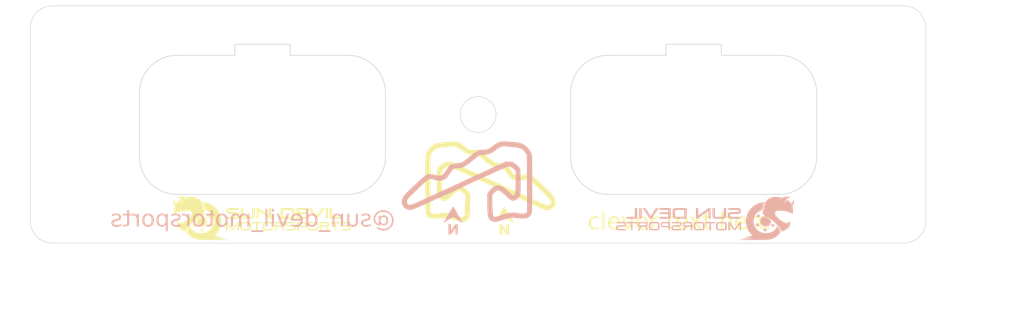
<source format=kicad_pcb>
(kicad_pcb (version 20221018) (generator pcbnew)
  (title_block (title "SDM-24 Data Logger Panel") (date "2023-11-14") (rev "v1"))
  (layers (0 "F.Cu" signal) (31 "B.Cu" signal) (34 "B.Paste" user) (35 "F.Paste" user) (36 "B.SilkS" user "B.Silkscreen") (37 "F.SilkS" user "F.Silkscreen") (38 "B.Mask" user) (39 "F.Mask" user) (44 "Edge.Cuts" user))
  (net 0 "")
  (footprint "MountingHole:MountingHole_3.2mm_M3" (layer "F.Cu") (at 215 87)
    (fp_text reference "REF**" hide)
    (fp_text value "MountingHole_3.2mm_M3")
    (pad "" np_thru_hole circle (at 0 0) (size 3.2 3.2) (drill 3.2) (layers "F&B.Cu" "*.Mask"))
  )
  (footprint "MountingHole:MountingHole_3.2mm_M3" (layer "F.Cu") (at 61 87)
    (fp_text reference "REF**" hide)
    (fp_text value "MountingHole_3.2mm_M3")
    (pad "" np_thru_hole circle (at 0 0) (size 3.2 3.2) (drill 3.2) (layers "*.Cu" "*.Mask"))
  )
  (footprint "LOGO" (layer "F.Cu") (at 99 121.5)
    (fp_text reference "G***" hide)
    (fp_text value "LOGO" hide)
  )
  (footprint "Library:Ampseal 770669" (layer "F.Cu") (at 99 117.17)
    (fp_text reference "REF**" hide)
    (fp_text value "Ampseal 770669")
    (fp_line (start -22.25 -6.8) (end -22.25 -18.4) (stroke (width 0.12)) (layer "Edge.Cuts"))
    (fp_line (start -15.45 0) (end 15.45 0) (stroke (width 0.12)) (layer "Edge.Cuts"))
    (fp_line (start -5 -27.2) (end 5 -27.2) (stroke (width 0.12)) (layer "Edge.Cuts"))
    (fp_line (start -5 -25.2) (end -15.45 -25.2) (stroke (width 0.12)) (layer "Edge.Cuts"))
    (fp_line (start -5 -25.2) (end -5 -27.2) (stroke (width 0.12)) (layer "Edge.Cuts"))
    (fp_line (start 5 -27.2) (end 5 -25.2) (stroke (width 0.12)) (layer "Edge.Cuts"))
    (fp_line (start 5 -25.2) (end 15.45 -25.2) (stroke (width 0.12)) (layer "Edge.Cuts"))
    (fp_line (start 22.25 -6.8) (end 22.25 -18.4) (stroke (width 0.12)) (layer "Edge.Cuts"))
    (fp_arc (start -22.25 -18.4) (mid -20.258326 -23.208326) (end -15.45 -25.2) (stroke (width 0.12)) (layer "Edge.Cuts"))
    (fp_arc (start -15.45 0) (mid -20.258326 -1.991674) (end -22.25 -6.8) (stroke (width 0.12)) (layer "Edge.Cuts"))
    (fp_arc (start 15.45 -25.2) (mid 20.258326 -23.208326) (end 22.25 -18.4) (stroke (width 0.12)) (layer "Edge.Cuts"))
    (fp_arc (start 22.25 -6.8) (mid 20.258326 -1.991674) (end 15.45 0) (stroke (width 0.12)) (layer "Edge.Cuts"))
    (pad "" np_thru_hole circle (at -25.2 -5) (size 3.3 3.3) (drill 3.3) (layers "F&B.Cu" "*.Mask"))
    (pad "" np_thru_hole circle (at -23.7 -23.1) (size 3.3 3.3) (drill 3.3) (layers "F&B.Cu" "*.Mask"))
    (pad "" np_thru_hole circle (at 23.7 -23.1) (size 3.3 3.3) (drill 3.3) (layers "F&B.Cu" "*.Mask"))
    (pad "" np_thru_hole circle (at 25.2 -5) (size 3.3 3.3) (drill 3.3) (layers "F&B.Cu" "*.Mask"))
  )
  (footprint "Library:Ampseal 770669" (layer "F.Cu") (at 177 117.17)
    (fp_text reference "REF**" hide)
    (fp_text value "Ampseal 770669")
    (fp_line (start -22.25 -6.8) (end -22.25 -18.4) (stroke (width 0.12)) (layer "Edge.Cuts"))
    (fp_line (start -15.45 0) (end 15.45 0) (stroke (width 0.12)) (layer "Edge.Cuts"))
    (fp_line (start -5 -27.2) (end 5 -27.2) (stroke (width 0.12)) (layer "Edge.Cuts"))
    (fp_line (start -5 -25.2) (end -15.45 -25.2) (stroke (width 0.12)) (layer "Edge.Cuts"))
    (fp_line (start -5 -25.2) (end -5 -27.2) (stroke (width 0.12)) (layer "Edge.Cuts"))
    (fp_line (start 5 -27.2) (end 5 -25.2) (stroke (width 0.12)) (layer "Edge.Cuts"))
    (fp_line (start 5 -25.2) (end 15.45 -25.2) (stroke (width 0.12)) (layer "Edge.Cuts"))
    (fp_line (start 22.25 -6.8) (end 22.25 -18.4) (stroke (width 0.12)) (layer "Edge.Cuts"))
    (fp_arc (start -22.25 -18.4) (mid -20.258326 -23.208326) (end -15.45 -25.2) (stroke (width 0.12)) (layer "Edge.Cuts"))
    (fp_arc (start -15.45 0) (mid -20.258326 -1.991674) (end -22.25 -6.8) (stroke (width 0.12)) (layer "Edge.Cuts"))
    (fp_arc (start 15.45 -25.2) (mid 20.258326 -23.208326) (end 22.25 -18.4) (stroke (width 0.12)) (layer "Edge.Cuts"))
    (fp_arc (start 22.25 -6.8) (mid 20.258326 -1.991674) (end 15.45 0) (stroke (width 0.12)) (layer "Edge.Cuts"))
    (pad "" np_thru_hole circle (at -25.2 -5) (size 3.3 3.3) (drill 3.3) (layers "F&B.Cu" "*.Mask"))
    (pad "" np_thru_hole circle (at -23.7 -23.1) (size 3.3 3.3) (drill 3.3) (layers "F&B.Cu" "*.Mask"))
    (pad "" np_thru_hole circle (at 23.7 -23.1) (size 3.3 3.3) (drill 3.3) (layers "F&B.Cu" "*.Mask"))
    (pad "" np_thru_hole circle (at 25.2 -5) (size 3.3 3.3) (drill 3.3) (layers "F&B.Cu" "*.Mask"))
  )
  (footprint "LOGO" (layer "F.Cu") (at 140 115)
    (fp_text reference "G***" hide)
    (fp_text value "LOGO" hide)
  )
  (footprint "MountingHole:MountingHole_3.2mm_M3" (layer "F.Cu") (at 215 122)
    (fp_text reference "REF**" hide)
    (fp_text value "MountingHole_3.2mm_M3")
    (pad "" np_thru_hole circle (at 0 0) (size 3.2 3.2) (drill 3.2) (layers "F&B.Cu" "*.Mask"))
  )
  (footprint "MountingHole:MountingHole_3.2mm_M3" (layer "F.Cu") (at 61 122)
    (fp_text reference "REF**" hide)
    (fp_text value "MountingHole_3.2mm_M3")
    (pad "" np_thru_hole circle (at 0 0) (size 3.2 3.2) (drill 3.2) (layers "F&B.Cu" "*.Mask"))
  )
  (footprint "LOGO" (layer "B.Cu") (at 136.228744 114.960211 180)
    (fp_text reference "G***" hide)
    (fp_text value "LOGO" hide)
  )
  (footprint "LOGO" (layer "B.Cu") (at 179 121.5 180)
    (fp_text reference "G***" hide)
    (fp_text value "LOGO" hide)
  )
  (gr_arc (start 219 122) (mid 217.828427 124.828427) (end 215 126) (stroke (width 0.1)) (layer "Edge.Cuts"))
  (gr_arc (start 61 126) (mid 58.171573 124.828427) (end 57 122) (stroke (width 0.1)) (layer "Edge.Cuts"))
  (gr_line (start 219 87) (end 219 122) (stroke (width 0.1)) (layer "Edge.Cuts"))
  (gr_circle (center 138 102.7) (end 141.25 102.7) (stroke (width 0.1)) (fill none) (layer "Edge.Cuts"))
  (gr_line (start 215 126) (end 61 126) (stroke (width 0.1)) (layer "Edge.Cuts"))
  (gr_arc (start 215 83) (mid 217.828427 84.171573) (end 219 87) (stroke (width 0.1)) (layer "Edge.Cuts"))
  (gr_arc (start 57 87) (mid 58.171573 84.171573) (end 61 83) (stroke (width 0.1)) (layer "Edge.Cuts"))
  (gr_line (start 57 122) (end 57 87) (stroke (width 0.1)) (layer "Edge.Cuts"))
  (gr_line (start 61 83) (end 215 83) (stroke (width 0.1)) (layer "Edge.Cuts"))
  (gr_text "@sun_devil_motorsports" (at 123 123.5) (layer "B.SilkS") (effects (font (size 3 3)) (justify left bottom mirror)))
  (gr_text "clever text here" (at 157.8 124) (layer "F.SilkS") (effects (font (size 3 3) (thickness 0.15) italic) (justify left bottom)))
)
</source>
